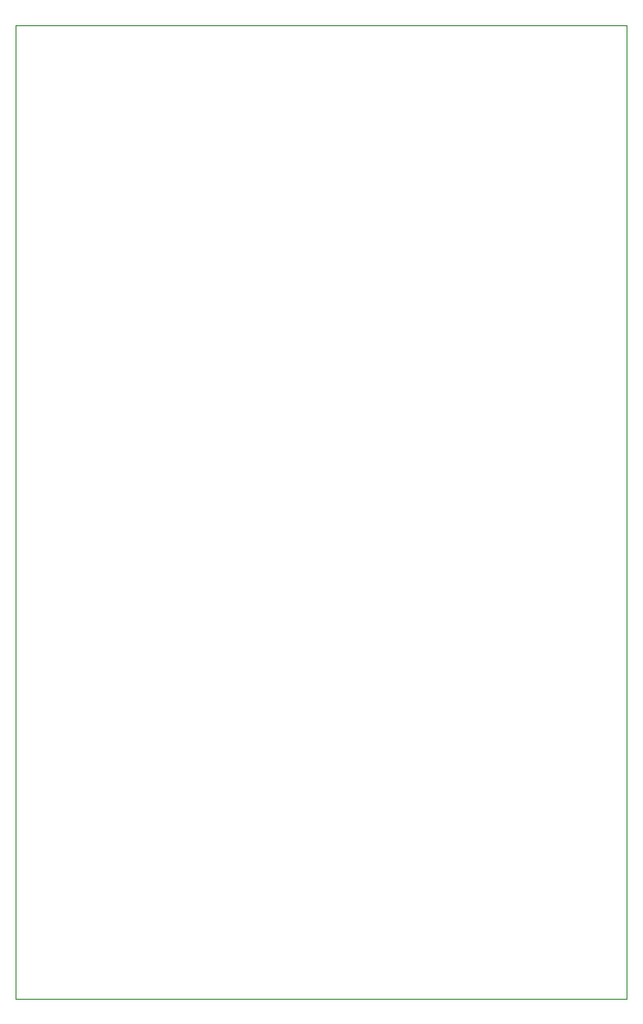
<source format=gbr>
G04 #@! TF.GenerationSoftware,KiCad,Pcbnew,5.1.5+dfsg1-2build2*
G04 #@! TF.CreationDate,2021-12-20T11:22:31-05:00*
G04 #@! TF.ProjectId,pro_SE_DCM,70726f5f-5345-45f4-9443-4d2e6b696361,rev?*
G04 #@! TF.SameCoordinates,Original*
G04 #@! TF.FileFunction,Profile,NP*
%FSLAX46Y46*%
G04 Gerber Fmt 4.6, Leading zero omitted, Abs format (unit mm)*
G04 Created by KiCad (PCBNEW 5.1.5+dfsg1-2build2) date 2021-12-20 11:22:31*
%MOMM*%
%LPD*%
G04 APERTURE LIST*
%ADD10C,0.100000*%
G04 APERTURE END LIST*
D10*
X128270000Y-76200000D02*
X128270000Y-85090000D01*
X74930000Y-76200000D02*
X128270000Y-76200000D01*
X74930000Y-85090000D02*
X74930000Y-76200000D01*
X74930000Y-161163000D02*
X74930000Y-85090000D01*
X76200000Y-161163000D02*
X74930000Y-161163000D01*
X128270000Y-161163000D02*
X128270000Y-85090000D01*
X127000000Y-161163000D02*
X128270000Y-161163000D01*
X76200000Y-161163000D02*
X127000000Y-161163000D01*
M02*

</source>
